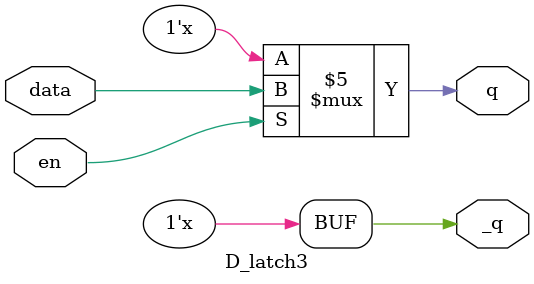
<source format=v>
module D_latch3 (
output q, _q,
input data,en // LatchInput// Data Input 
//reset  , // Reset input
);

//------------Internal Variables--------
reg q;
reg _q;

//-------------Code Starts Here---------
always @ ( en or data)
if (en) begin
  q <= data;
  _q <= !q;
end

endmodule //End Of Module dlatch_reset

</source>
